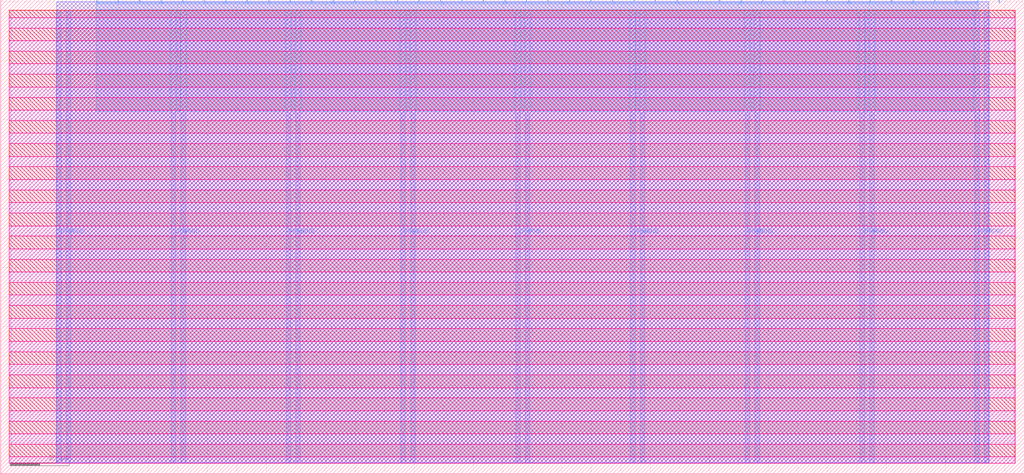
<source format=lef>
VERSION 5.7 ;
  NOWIREEXTENSIONATPIN ON ;
  DIVIDERCHAR "/" ;
  BUSBITCHARS "[]" ;
MACRO tt_um_factory_test
  CLASS BLOCK ;
  FOREIGN tt_um_factory_test ;
  ORIGIN 0.000 0.000 ;
  SIZE 346.640 BY 160.720 ;
  PIN VGND
    DIRECTION INOUT ;
    USE GROUND ;
    PORT
      LAYER Metal4 ;
        RECT 22.180 3.620 23.780 157.100 ;
    END
    PORT
      LAYER Metal4 ;
        RECT 61.050 3.620 62.650 157.100 ;
    END
    PORT
      LAYER Metal4 ;
        RECT 99.920 3.620 101.520 157.100 ;
    END
    PORT
      LAYER Metal4 ;
        RECT 138.790 3.620 140.390 157.100 ;
    END
    PORT
      LAYER Metal4 ;
        RECT 177.660 3.620 179.260 157.100 ;
    END
    PORT
      LAYER Metal4 ;
        RECT 216.530 3.620 218.130 157.100 ;
    END
    PORT
      LAYER Metal4 ;
        RECT 255.400 3.620 257.000 157.100 ;
    END
    PORT
      LAYER Metal4 ;
        RECT 294.270 3.620 295.870 157.100 ;
    END
    PORT
      LAYER Metal4 ;
        RECT 333.140 3.620 334.740 157.100 ;
    END
  END VGND
  PIN VPWR
    DIRECTION INOUT ;
    USE POWER ;
    PORT
      LAYER Metal4 ;
        RECT 18.880 3.620 20.480 157.100 ;
    END
    PORT
      LAYER Metal4 ;
        RECT 57.750 3.620 59.350 157.100 ;
    END
    PORT
      LAYER Metal4 ;
        RECT 96.620 3.620 98.220 157.100 ;
    END
    PORT
      LAYER Metal4 ;
        RECT 135.490 3.620 137.090 157.100 ;
    END
    PORT
      LAYER Metal4 ;
        RECT 174.360 3.620 175.960 157.100 ;
    END
    PORT
      LAYER Metal4 ;
        RECT 213.230 3.620 214.830 157.100 ;
    END
    PORT
      LAYER Metal4 ;
        RECT 252.100 3.620 253.700 157.100 ;
    END
    PORT
      LAYER Metal4 ;
        RECT 290.970 3.620 292.570 157.100 ;
    END
    PORT
      LAYER Metal4 ;
        RECT 329.840 3.620 331.440 157.100 ;
    END
  END VPWR
  PIN clk
    DIRECTION INPUT ;
    USE SIGNAL ;
    ANTENNAGATEAREA 4.738000 ;
    PORT
      LAYER Metal4 ;
        RECT 330.810 159.720 331.110 160.720 ;
    END
  END clk
  PIN ena
    DIRECTION INPUT ;
    USE SIGNAL ;
    PORT
      LAYER Metal4 ;
        RECT 338.090 159.720 338.390 160.720 ;
    END
  END ena
  PIN rst_n
    DIRECTION INPUT ;
    USE SIGNAL ;
    ANTENNAGATEAREA 0.396000 ;
    PORT
      LAYER Metal4 ;
        RECT 323.530 159.720 323.830 160.720 ;
    END
  END rst_n
  PIN ui_in[0]
    DIRECTION INPUT ;
    USE SIGNAL ;
    ANTENNAGATEAREA 1.183000 ;
    PORT
      LAYER Metal4 ;
        RECT 316.250 159.720 316.550 160.720 ;
    END
  END ui_in[0]
  PIN ui_in[1]
    DIRECTION INPUT ;
    USE SIGNAL ;
    ANTENNAGATEAREA 0.396000 ;
    PORT
      LAYER Metal4 ;
        RECT 308.970 159.720 309.270 160.720 ;
    END
  END ui_in[1]
  PIN ui_in[2]
    DIRECTION INPUT ;
    USE SIGNAL ;
    ANTENNAGATEAREA 0.396000 ;
    PORT
      LAYER Metal4 ;
        RECT 301.690 159.720 301.990 160.720 ;
    END
  END ui_in[2]
  PIN ui_in[3]
    DIRECTION INPUT ;
    USE SIGNAL ;
    ANTENNAGATEAREA 0.396000 ;
    PORT
      LAYER Metal4 ;
        RECT 294.410 159.720 294.710 160.720 ;
    END
  END ui_in[3]
  PIN ui_in[4]
    DIRECTION INPUT ;
    USE SIGNAL ;
    ANTENNAGATEAREA 0.396000 ;
    PORT
      LAYER Metal4 ;
        RECT 287.130 159.720 287.430 160.720 ;
    END
  END ui_in[4]
  PIN ui_in[5]
    DIRECTION INPUT ;
    USE SIGNAL ;
    ANTENNAGATEAREA 0.396000 ;
    PORT
      LAYER Metal4 ;
        RECT 279.850 159.720 280.150 160.720 ;
    END
  END ui_in[5]
  PIN ui_in[6]
    DIRECTION INPUT ;
    USE SIGNAL ;
    ANTENNAGATEAREA 0.396000 ;
    PORT
      LAYER Metal4 ;
        RECT 272.570 159.720 272.870 160.720 ;
    END
  END ui_in[6]
  PIN ui_in[7]
    DIRECTION INPUT ;
    USE SIGNAL ;
    ANTENNAGATEAREA 0.396000 ;
    PORT
      LAYER Metal4 ;
        RECT 265.290 159.720 265.590 160.720 ;
    END
  END ui_in[7]
  PIN uio_in[0]
    DIRECTION INPUT ;
    USE SIGNAL ;
    ANTENNAGATEAREA 0.396000 ;
    PORT
      LAYER Metal4 ;
        RECT 258.010 159.720 258.310 160.720 ;
    END
  END uio_in[0]
  PIN uio_in[1]
    DIRECTION INPUT ;
    USE SIGNAL ;
    ANTENNAGATEAREA 0.396000 ;
    PORT
      LAYER Metal4 ;
        RECT 250.730 159.720 251.030 160.720 ;
    END
  END uio_in[1]
  PIN uio_in[2]
    DIRECTION INPUT ;
    USE SIGNAL ;
    ANTENNAGATEAREA 0.396000 ;
    PORT
      LAYER Metal4 ;
        RECT 243.450 159.720 243.750 160.720 ;
    END
  END uio_in[2]
  PIN uio_in[3]
    DIRECTION INPUT ;
    USE SIGNAL ;
    ANTENNAGATEAREA 0.396000 ;
    PORT
      LAYER Metal4 ;
        RECT 236.170 159.720 236.470 160.720 ;
    END
  END uio_in[3]
  PIN uio_in[4]
    DIRECTION INPUT ;
    USE SIGNAL ;
    ANTENNAGATEAREA 0.396000 ;
    PORT
      LAYER Metal4 ;
        RECT 228.890 159.720 229.190 160.720 ;
    END
  END uio_in[4]
  PIN uio_in[5]
    DIRECTION INPUT ;
    USE SIGNAL ;
    ANTENNAGATEAREA 0.396000 ;
    PORT
      LAYER Metal4 ;
        RECT 221.610 159.720 221.910 160.720 ;
    END
  END uio_in[5]
  PIN uio_in[6]
    DIRECTION INPUT ;
    USE SIGNAL ;
    ANTENNAGATEAREA 0.396000 ;
    PORT
      LAYER Metal4 ;
        RECT 214.330 159.720 214.630 160.720 ;
    END
  END uio_in[6]
  PIN uio_in[7]
    DIRECTION INPUT ;
    USE SIGNAL ;
    ANTENNAGATEAREA 0.396000 ;
    PORT
      LAYER Metal4 ;
        RECT 207.050 159.720 207.350 160.720 ;
    END
  END uio_in[7]
  PIN uio_oe[0]
    DIRECTION OUTPUT ;
    USE SIGNAL ;
    ANTENNADIFFAREA 1.986000 ;
    PORT
      LAYER Metal4 ;
        RECT 83.290 159.720 83.590 160.720 ;
    END
  END uio_oe[0]
  PIN uio_oe[1]
    DIRECTION OUTPUT ;
    USE SIGNAL ;
    ANTENNADIFFAREA 1.986000 ;
    PORT
      LAYER Metal4 ;
        RECT 76.010 159.720 76.310 160.720 ;
    END
  END uio_oe[1]
  PIN uio_oe[2]
    DIRECTION OUTPUT ;
    USE SIGNAL ;
    ANTENNADIFFAREA 1.986000 ;
    PORT
      LAYER Metal4 ;
        RECT 68.730 159.720 69.030 160.720 ;
    END
  END uio_oe[2]
  PIN uio_oe[3]
    DIRECTION OUTPUT ;
    USE SIGNAL ;
    ANTENNADIFFAREA 1.986000 ;
    PORT
      LAYER Metal4 ;
        RECT 61.450 159.720 61.750 160.720 ;
    END
  END uio_oe[3]
  PIN uio_oe[4]
    DIRECTION OUTPUT ;
    USE SIGNAL ;
    ANTENNADIFFAREA 1.986000 ;
    PORT
      LAYER Metal4 ;
        RECT 54.170 159.720 54.470 160.720 ;
    END
  END uio_oe[4]
  PIN uio_oe[5]
    DIRECTION OUTPUT ;
    USE SIGNAL ;
    ANTENNADIFFAREA 1.986000 ;
    PORT
      LAYER Metal4 ;
        RECT 46.890 159.720 47.190 160.720 ;
    END
  END uio_oe[5]
  PIN uio_oe[6]
    DIRECTION OUTPUT ;
    USE SIGNAL ;
    ANTENNADIFFAREA 1.986000 ;
    PORT
      LAYER Metal4 ;
        RECT 39.610 159.720 39.910 160.720 ;
    END
  END uio_oe[6]
  PIN uio_oe[7]
    DIRECTION OUTPUT ;
    USE SIGNAL ;
    ANTENNAGATEAREA 12.439000 ;
    ANTENNADIFFAREA 2.932000 ;
    PORT
      LAYER Metal4 ;
        RECT 32.330 159.720 32.630 160.720 ;
    END
  END uio_oe[7]
  PIN uio_out[0]
    DIRECTION OUTPUT ;
    USE SIGNAL ;
    ANTENNADIFFAREA 2.932000 ;
    PORT
      LAYER Metal4 ;
        RECT 141.530 159.720 141.830 160.720 ;
    END
  END uio_out[0]
  PIN uio_out[1]
    DIRECTION OUTPUT ;
    USE SIGNAL ;
    ANTENNAGATEAREA 1.893000 ;
    ANTENNADIFFAREA 2.069600 ;
    PORT
      LAYER Metal4 ;
        RECT 134.250 159.720 134.550 160.720 ;
    END
  END uio_out[1]
  PIN uio_out[2]
    DIRECTION OUTPUT ;
    USE SIGNAL ;
    ANTENNAGATEAREA 1.893000 ;
    ANTENNADIFFAREA 2.069600 ;
    PORT
      LAYER Metal4 ;
        RECT 126.970 159.720 127.270 160.720 ;
    END
  END uio_out[2]
  PIN uio_out[3]
    DIRECTION OUTPUT ;
    USE SIGNAL ;
    ANTENNAGATEAREA 1.893000 ;
    ANTENNADIFFAREA 2.069600 ;
    PORT
      LAYER Metal4 ;
        RECT 119.690 159.720 119.990 160.720 ;
    END
  END uio_out[3]
  PIN uio_out[4]
    DIRECTION OUTPUT ;
    USE SIGNAL ;
    ANTENNAGATEAREA 1.893000 ;
    ANTENNADIFFAREA 2.069600 ;
    PORT
      LAYER Metal4 ;
        RECT 112.410 159.720 112.710 160.720 ;
    END
  END uio_out[4]
  PIN uio_out[5]
    DIRECTION OUTPUT ;
    USE SIGNAL ;
    ANTENNAGATEAREA 0.949000 ;
    ANTENNADIFFAREA 2.069600 ;
    PORT
      LAYER Metal4 ;
        RECT 105.130 159.720 105.430 160.720 ;
    END
  END uio_out[5]
  PIN uio_out[6]
    DIRECTION OUTPUT ;
    USE SIGNAL ;
    ANTENNAGATEAREA 1.893000 ;
    ANTENNADIFFAREA 2.069600 ;
    PORT
      LAYER Metal4 ;
        RECT 97.850 159.720 98.150 160.720 ;
    END
  END uio_out[6]
  PIN uio_out[7]
    DIRECTION OUTPUT ;
    USE SIGNAL ;
    ANTENNAGATEAREA 1.893000 ;
    ANTENNADIFFAREA 2.069600 ;
    PORT
      LAYER Metal4 ;
        RECT 90.570 159.720 90.870 160.720 ;
    END
  END uio_out[7]
  PIN uo_out[0]
    DIRECTION OUTPUT ;
    USE SIGNAL ;
    ANTENNADIFFAREA 4.389000 ;
    PORT
      LAYER Metal4 ;
        RECT 199.770 159.720 200.070 160.720 ;
    END
  END uo_out[0]
  PIN uo_out[1]
    DIRECTION OUTPUT ;
    USE SIGNAL ;
    ANTENNADIFFAREA 3.879200 ;
    PORT
      LAYER Metal4 ;
        RECT 192.490 159.720 192.790 160.720 ;
    END
  END uo_out[1]
  PIN uo_out[2]
    DIRECTION OUTPUT ;
    USE SIGNAL ;
    ANTENNADIFFAREA 3.879200 ;
    PORT
      LAYER Metal4 ;
        RECT 185.210 159.720 185.510 160.720 ;
    END
  END uo_out[2]
  PIN uo_out[3]
    DIRECTION OUTPUT ;
    USE SIGNAL ;
    ANTENNADIFFAREA 3.879200 ;
    PORT
      LAYER Metal4 ;
        RECT 177.930 159.720 178.230 160.720 ;
    END
  END uo_out[3]
  PIN uo_out[4]
    DIRECTION OUTPUT ;
    USE SIGNAL ;
    ANTENNADIFFAREA 3.879200 ;
    PORT
      LAYER Metal4 ;
        RECT 170.650 159.720 170.950 160.720 ;
    END
  END uo_out[4]
  PIN uo_out[5]
    DIRECTION OUTPUT ;
    USE SIGNAL ;
    ANTENNADIFFAREA 4.389000 ;
    PORT
      LAYER Metal4 ;
        RECT 163.370 159.720 163.670 160.720 ;
    END
  END uo_out[5]
  PIN uo_out[6]
    DIRECTION OUTPUT ;
    USE SIGNAL ;
    ANTENNADIFFAREA 3.879200 ;
    PORT
      LAYER Metal4 ;
        RECT 156.090 159.720 156.390 160.720 ;
    END
  END uo_out[6]
  PIN uo_out[7]
    DIRECTION OUTPUT ;
    USE SIGNAL ;
    ANTENNADIFFAREA 3.879200 ;
    PORT
      LAYER Metal4 ;
        RECT 148.810 159.720 149.110 160.720 ;
    END
  END uo_out[7]
  OBS
      LAYER Nwell ;
        RECT 2.930 154.640 343.710 157.230 ;
      LAYER Pwell ;
        RECT 2.930 151.120 343.710 154.640 ;
      LAYER Nwell ;
        RECT 2.930 146.800 343.710 151.120 ;
      LAYER Pwell ;
        RECT 2.930 143.280 343.710 146.800 ;
      LAYER Nwell ;
        RECT 2.930 138.960 343.710 143.280 ;
      LAYER Pwell ;
        RECT 2.930 135.440 343.710 138.960 ;
      LAYER Nwell ;
        RECT 2.930 131.120 343.710 135.440 ;
      LAYER Pwell ;
        RECT 2.930 127.600 343.710 131.120 ;
      LAYER Nwell ;
        RECT 2.930 123.280 343.710 127.600 ;
      LAYER Pwell ;
        RECT 2.930 119.760 343.710 123.280 ;
      LAYER Nwell ;
        RECT 2.930 115.440 343.710 119.760 ;
      LAYER Pwell ;
        RECT 2.930 111.920 343.710 115.440 ;
      LAYER Nwell ;
        RECT 2.930 107.600 343.710 111.920 ;
      LAYER Pwell ;
        RECT 2.930 104.080 343.710 107.600 ;
      LAYER Nwell ;
        RECT 2.930 99.760 343.710 104.080 ;
      LAYER Pwell ;
        RECT 2.930 96.240 343.710 99.760 ;
      LAYER Nwell ;
        RECT 2.930 91.920 343.710 96.240 ;
      LAYER Pwell ;
        RECT 2.930 88.400 343.710 91.920 ;
      LAYER Nwell ;
        RECT 2.930 84.080 343.710 88.400 ;
      LAYER Pwell ;
        RECT 2.930 80.560 343.710 84.080 ;
      LAYER Nwell ;
        RECT 2.930 76.240 343.710 80.560 ;
      LAYER Pwell ;
        RECT 2.930 72.720 343.710 76.240 ;
      LAYER Nwell ;
        RECT 2.930 68.400 343.710 72.720 ;
      LAYER Pwell ;
        RECT 2.930 64.880 343.710 68.400 ;
      LAYER Nwell ;
        RECT 2.930 60.560 343.710 64.880 ;
      LAYER Pwell ;
        RECT 2.930 57.040 343.710 60.560 ;
      LAYER Nwell ;
        RECT 2.930 52.720 343.710 57.040 ;
      LAYER Pwell ;
        RECT 2.930 49.200 343.710 52.720 ;
      LAYER Nwell ;
        RECT 2.930 44.880 343.710 49.200 ;
      LAYER Pwell ;
        RECT 2.930 41.360 343.710 44.880 ;
      LAYER Nwell ;
        RECT 2.930 37.040 343.710 41.360 ;
      LAYER Pwell ;
        RECT 2.930 33.520 343.710 37.040 ;
      LAYER Nwell ;
        RECT 2.930 29.200 343.710 33.520 ;
      LAYER Pwell ;
        RECT 2.930 25.680 343.710 29.200 ;
      LAYER Nwell ;
        RECT 2.930 21.360 343.710 25.680 ;
      LAYER Pwell ;
        RECT 2.930 17.840 343.710 21.360 ;
      LAYER Nwell ;
        RECT 2.930 13.520 343.710 17.840 ;
      LAYER Pwell ;
        RECT 2.930 10.000 343.710 13.520 ;
      LAYER Nwell ;
        RECT 2.930 5.680 343.710 10.000 ;
      LAYER Pwell ;
        RECT 2.930 3.490 343.710 5.680 ;
      LAYER Metal1 ;
        RECT 3.360 3.620 343.280 157.100 ;
      LAYER Metal2 ;
        RECT 19.020 3.730 334.600 160.070 ;
      LAYER Metal3 ;
        RECT 18.970 3.780 334.650 160.020 ;
      LAYER Metal4 ;
        RECT 32.930 159.420 39.310 159.890 ;
        RECT 40.210 159.420 46.590 159.890 ;
        RECT 47.490 159.420 53.870 159.890 ;
        RECT 54.770 159.420 61.150 159.890 ;
        RECT 62.050 159.420 68.430 159.890 ;
        RECT 69.330 159.420 75.710 159.890 ;
        RECT 76.610 159.420 82.990 159.890 ;
        RECT 83.890 159.420 90.270 159.890 ;
        RECT 91.170 159.420 97.550 159.890 ;
        RECT 98.450 159.420 104.830 159.890 ;
        RECT 105.730 159.420 112.110 159.890 ;
        RECT 113.010 159.420 119.390 159.890 ;
        RECT 120.290 159.420 126.670 159.890 ;
        RECT 127.570 159.420 133.950 159.890 ;
        RECT 134.850 159.420 141.230 159.890 ;
        RECT 142.130 159.420 148.510 159.890 ;
        RECT 149.410 159.420 155.790 159.890 ;
        RECT 156.690 159.420 163.070 159.890 ;
        RECT 163.970 159.420 170.350 159.890 ;
        RECT 171.250 159.420 177.630 159.890 ;
        RECT 178.530 159.420 184.910 159.890 ;
        RECT 185.810 159.420 192.190 159.890 ;
        RECT 193.090 159.420 199.470 159.890 ;
        RECT 200.370 159.420 206.750 159.890 ;
        RECT 207.650 159.420 214.030 159.890 ;
        RECT 214.930 159.420 221.310 159.890 ;
        RECT 222.210 159.420 228.590 159.890 ;
        RECT 229.490 159.420 235.870 159.890 ;
        RECT 236.770 159.420 243.150 159.890 ;
        RECT 244.050 159.420 250.430 159.890 ;
        RECT 251.330 159.420 257.710 159.890 ;
        RECT 258.610 159.420 264.990 159.890 ;
        RECT 265.890 159.420 272.270 159.890 ;
        RECT 273.170 159.420 279.550 159.890 ;
        RECT 280.450 159.420 286.830 159.890 ;
        RECT 287.730 159.420 294.110 159.890 ;
        RECT 295.010 159.420 301.390 159.890 ;
        RECT 302.290 159.420 308.670 159.890 ;
        RECT 309.570 159.420 315.950 159.890 ;
        RECT 316.850 159.420 323.230 159.890 ;
        RECT 324.130 159.420 330.510 159.890 ;
        RECT 32.340 157.400 331.100 159.420 ;
        RECT 32.340 122.730 57.450 157.400 ;
        RECT 59.650 122.730 60.750 157.400 ;
        RECT 62.950 122.730 96.320 157.400 ;
        RECT 98.520 122.730 99.620 157.400 ;
        RECT 101.820 122.730 135.190 157.400 ;
        RECT 137.390 122.730 138.490 157.400 ;
        RECT 140.690 122.730 174.060 157.400 ;
        RECT 176.260 122.730 177.360 157.400 ;
        RECT 179.560 122.730 212.930 157.400 ;
        RECT 215.130 122.730 216.230 157.400 ;
        RECT 218.430 122.730 251.800 157.400 ;
        RECT 254.000 122.730 255.100 157.400 ;
        RECT 257.300 122.730 290.670 157.400 ;
        RECT 292.870 122.730 293.970 157.400 ;
        RECT 296.170 122.730 329.540 157.400 ;
  END
END tt_um_factory_test
END LIBRARY


</source>
